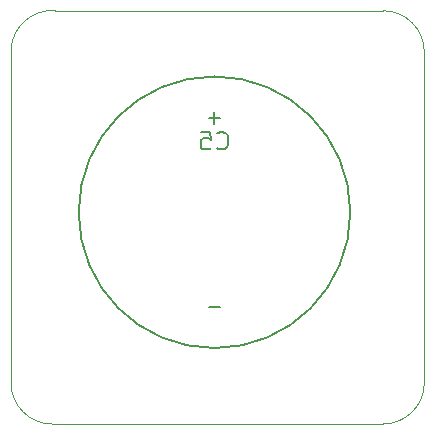
<source format=gbo>
G04 #@! TF.FileFunction,Legend,Bot*
%FSLAX46Y46*%
G04 Gerber Fmt 4.6, Leading zero omitted, Abs format (unit mm)*
G04 Created by KiCad (PCBNEW (2015-07-08 BZR 5908, Git 901e961)-product) date 27.10.2015 7:37:09*
%MOMM*%
G01*
G04 APERTURE LIST*
%ADD10C,0.100000*%
%ADD11C,0.150000*%
%ADD12C,2.750000*%
%ADD13C,2.000000*%
%ADD14R,2.032000X2.032000*%
%ADD15O,2.032000X2.032000*%
%ADD16R,2.032000X1.727200*%
%ADD17O,2.032000X1.727200*%
G04 APERTURE END LIST*
D10*
X45000000Y-48250000D02*
X45000000Y-76500000D01*
X76500000Y-45000000D02*
X48750000Y-45000000D01*
X80000000Y-76500000D02*
X80000000Y-48500000D01*
X48500000Y-80000000D02*
X76500000Y-80000000D01*
X45000000Y-76500000D02*
G75*
G03X48500000Y-80000000I3500000J0D01*
G01*
X76500000Y-80000000D02*
G75*
G03X80000000Y-76500000I0J3500000D01*
G01*
X80000000Y-48500000D02*
G75*
G03X76500000Y-45000000I-3500000J0D01*
G01*
X48750000Y-45000000D02*
G75*
G03X45000000Y-48250000I-250000J-3500000D01*
G01*
D11*
X61730000Y-70070000D02*
X62730000Y-70070000D01*
X62730000Y-54070000D02*
X61730000Y-54070000D01*
X62230000Y-53570000D02*
X62230000Y-54570000D01*
X73730000Y-62070000D02*
G75*
G03X73730000Y-62070000I-11500000J0D01*
G01*
X62479999Y-56605714D02*
X62551428Y-56677143D01*
X62765714Y-56748571D01*
X62908571Y-56748571D01*
X63122856Y-56677143D01*
X63265714Y-56534286D01*
X63337142Y-56391429D01*
X63408571Y-56105714D01*
X63408571Y-55891429D01*
X63337142Y-55605714D01*
X63265714Y-55462857D01*
X63122856Y-55320000D01*
X62908571Y-55248571D01*
X62765714Y-55248571D01*
X62551428Y-55320000D01*
X62479999Y-55391429D01*
X61122856Y-55248571D02*
X61837142Y-55248571D01*
X61908571Y-55962857D01*
X61837142Y-55891429D01*
X61694285Y-55820000D01*
X61337142Y-55820000D01*
X61194285Y-55891429D01*
X61122856Y-55962857D01*
X61051428Y-56105714D01*
X61051428Y-56462857D01*
X61122856Y-56605714D01*
X61194285Y-56677143D01*
X61337142Y-56748571D01*
X61694285Y-56748571D01*
X61837142Y-56677143D01*
X61908571Y-56605714D01*
%LPC*%
D12*
X48500000Y-48500000D03*
D13*
X62230000Y-52070000D03*
X62230000Y-72070000D03*
D14*
X48260000Y-57150000D03*
D15*
X48260000Y-54610000D03*
D14*
X48260000Y-69850000D03*
D15*
X48260000Y-67310000D03*
D16*
X77470000Y-59690000D03*
D17*
X77470000Y-62230000D03*
X77470000Y-64770000D03*
X77470000Y-67310000D03*
X77470000Y-69850000D03*
D12*
X76500000Y-48500000D03*
X76500000Y-76500000D03*
X48500000Y-76500000D03*
M02*

</source>
